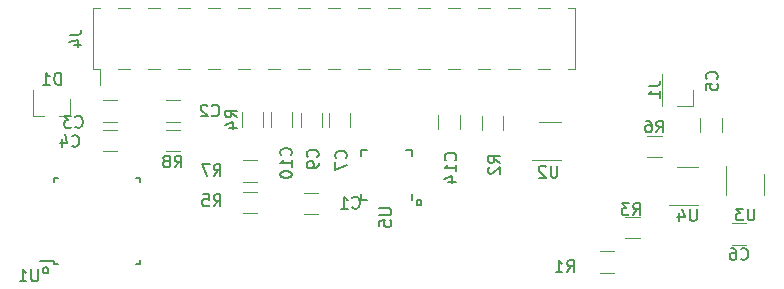
<source format=gbr>
G04 #@! TF.GenerationSoftware,KiCad,Pcbnew,(5.0.1)-4*
G04 #@! TF.CreationDate,2019-08-04T22:45:03+01:00*
G04 #@! TF.ProjectId,Bell-Boy,42656C6C2D426F792E6B696361645F70,rev?*
G04 #@! TF.SameCoordinates,Original*
G04 #@! TF.FileFunction,Legend,Bot*
G04 #@! TF.FilePolarity,Positive*
%FSLAX46Y46*%
G04 Gerber Fmt 4.6, Leading zero omitted, Abs format (unit mm)*
G04 Created by KiCad (PCBNEW (5.0.1)-4) date 04/08/2019 22:45:03*
%MOMM*%
%LPD*%
G01*
G04 APERTURE LIST*
%ADD10C,0.187500*%
%ADD11C,0.120000*%
%ADD12C,0.150000*%
G04 APERTURE END LIST*
D10*
X84203571Y-67839285D02*
X84275000Y-67803571D01*
X84310714Y-67767857D01*
X84346428Y-67696428D01*
X84346428Y-67482142D01*
X84310714Y-67410714D01*
X84275000Y-67375000D01*
X84203571Y-67339285D01*
X84096428Y-67339285D01*
X84025000Y-67375000D01*
X83989285Y-67410714D01*
X83953571Y-67482142D01*
X83953571Y-67696428D01*
X83989285Y-67767857D01*
X84025000Y-67803571D01*
X84096428Y-67839285D01*
X84203571Y-67839285D01*
X52603571Y-73589285D02*
X52675000Y-73553571D01*
X52710714Y-73517857D01*
X52746428Y-73446428D01*
X52746428Y-73232142D01*
X52710714Y-73160714D01*
X52675000Y-73125000D01*
X52603571Y-73089285D01*
X52496428Y-73089285D01*
X52425000Y-73125000D01*
X52389285Y-73160714D01*
X52353571Y-73232142D01*
X52353571Y-73446428D01*
X52389285Y-73517857D01*
X52425000Y-73553571D01*
X52496428Y-73589285D01*
X52603571Y-73589285D01*
D11*
G04 #@! TO.C,C7*
X76540000Y-61202064D02*
X76540000Y-59997936D01*
X78360000Y-61202064D02*
X78360000Y-59997936D01*
G04 #@! TO.C,J4*
X56570000Y-51100000D02*
X56570000Y-56300000D01*
X56570000Y-56300000D02*
X57140000Y-56300000D01*
X58660000Y-56300000D02*
X59680000Y-56300000D01*
X61200000Y-56300000D02*
X62220000Y-56300000D01*
X63740000Y-56300000D02*
X64760000Y-56300000D01*
X66280000Y-56300000D02*
X67300000Y-56300000D01*
X68820000Y-56300000D02*
X69840000Y-56300000D01*
X71360000Y-56300000D02*
X72380000Y-56300000D01*
X73900000Y-56300000D02*
X74920000Y-56300000D01*
X76440000Y-56300000D02*
X77460000Y-56300000D01*
X78980000Y-56300000D02*
X80000000Y-56300000D01*
X81520000Y-56300000D02*
X82540000Y-56300000D01*
X84060000Y-56300000D02*
X85080000Y-56300000D01*
X86600000Y-56300000D02*
X87620000Y-56300000D01*
X89140000Y-56300000D02*
X90160000Y-56300000D01*
X91680000Y-56300000D02*
X92700000Y-56300000D01*
X94220000Y-56300000D02*
X95240000Y-56300000D01*
X96760000Y-56300000D02*
X97330000Y-56300000D01*
X97330000Y-51100000D02*
X97330000Y-56300000D01*
X56570000Y-51100000D02*
X57140000Y-51100000D01*
X58660000Y-51100000D02*
X59680000Y-51100000D01*
X61200000Y-51100000D02*
X62220000Y-51100000D01*
X63740000Y-51100000D02*
X64760000Y-51100000D01*
X66280000Y-51100000D02*
X67300000Y-51100000D01*
X68820000Y-51100000D02*
X69840000Y-51100000D01*
X71360000Y-51100000D02*
X72380000Y-51100000D01*
X73900000Y-51100000D02*
X74920000Y-51100000D01*
X76440000Y-51100000D02*
X77460000Y-51100000D01*
X78980000Y-51100000D02*
X80000000Y-51100000D01*
X81520000Y-51100000D02*
X82540000Y-51100000D01*
X84060000Y-51100000D02*
X85080000Y-51100000D01*
X86600000Y-51100000D02*
X87620000Y-51100000D01*
X89140000Y-51100000D02*
X90160000Y-51100000D01*
X91680000Y-51100000D02*
X92700000Y-51100000D01*
X94220000Y-51100000D02*
X95240000Y-51100000D01*
X96760000Y-51100000D02*
X97330000Y-51100000D01*
X57140000Y-56300000D02*
X57140000Y-57660000D01*
G04 #@! TO.C,U4*
X107800000Y-67810000D02*
X105350000Y-67810000D01*
X106000000Y-64590000D02*
X107800000Y-64590000D01*
G04 #@! TO.C,D1*
X54630000Y-60260000D02*
X53700000Y-60260000D01*
X51470000Y-60260000D02*
X52400000Y-60260000D01*
X51470000Y-60260000D02*
X51470000Y-58100000D01*
X54630000Y-60260000D02*
X54630000Y-58800000D01*
G04 #@! TO.C,U3*
X113410000Y-65150000D02*
X113410000Y-66950000D01*
X110190000Y-66950000D02*
X110190000Y-64500000D01*
G04 #@! TO.C,C1*
X74397936Y-68560000D02*
X75602064Y-68560000D01*
X74397936Y-66740000D02*
X75602064Y-66740000D01*
G04 #@! TO.C,R1*
X100678064Y-71734000D02*
X99473936Y-71734000D01*
X100678064Y-73554000D02*
X99473936Y-73554000D01*
G04 #@! TO.C,R2*
X89490000Y-61452064D02*
X89490000Y-60247936D01*
X91310000Y-61452064D02*
X91310000Y-60247936D01*
G04 #@! TO.C,C2*
X63902064Y-58940000D02*
X62697936Y-58940000D01*
X63902064Y-60760000D02*
X62697936Y-60760000D01*
G04 #@! TO.C,C3*
X57397936Y-60760000D02*
X58602064Y-60760000D01*
X57397936Y-58940000D02*
X58602064Y-58940000D01*
G04 #@! TO.C,C4*
X57397936Y-61440000D02*
X58602064Y-61440000D01*
X57397936Y-63260000D02*
X58602064Y-63260000D01*
G04 #@! TO.C,R3*
X102837064Y-70633000D02*
X101632936Y-70633000D01*
X102837064Y-68813000D02*
X101632936Y-68813000D01*
G04 #@! TO.C,R4*
X70960000Y-61152064D02*
X70960000Y-59947936D01*
X69140000Y-61152064D02*
X69140000Y-59947936D01*
G04 #@! TO.C,C5*
X107990000Y-61602064D02*
X107990000Y-60397936D01*
X109810000Y-61602064D02*
X109810000Y-60397936D01*
G04 #@! TO.C,C6*
X111852064Y-69340000D02*
X110647936Y-69340000D01*
X111852064Y-71160000D02*
X110647936Y-71160000D01*
G04 #@! TO.C,R6*
X104702064Y-61940000D02*
X103497936Y-61940000D01*
X104702064Y-63760000D02*
X103497936Y-63760000D01*
D12*
G04 #@! TO.C,U1*
X53275000Y-72775000D02*
X53275000Y-72550000D01*
X60525000Y-72775000D02*
X60525000Y-72475000D01*
X60525000Y-65525000D02*
X60525000Y-65825000D01*
X53275000Y-65525000D02*
X53275000Y-65825000D01*
X53275000Y-72775000D02*
X53575000Y-72775000D01*
X53275000Y-65525000D02*
X53575000Y-65525000D01*
X60525000Y-65525000D02*
X60225000Y-65525000D01*
X60525000Y-72775000D02*
X60225000Y-72775000D01*
X53275000Y-72550000D02*
X52050000Y-72550000D01*
D11*
G04 #@! TO.C,R5*
X70452064Y-66690000D02*
X69247936Y-66690000D01*
X70452064Y-68510000D02*
X69247936Y-68510000D01*
G04 #@! TO.C,U2*
X94350000Y-60790000D02*
X96150000Y-60790000D01*
X96150000Y-64010000D02*
X93700000Y-64010000D01*
D12*
G04 #@! TO.C,U5*
X83550000Y-63100000D02*
X83025000Y-63100000D01*
X79250000Y-67400000D02*
X79775000Y-67400000D01*
X79250000Y-63100000D02*
X79775000Y-63100000D01*
X83550000Y-67400000D02*
X83550000Y-66875000D01*
X79250000Y-67400000D02*
X79250000Y-66875000D01*
X79250000Y-63100000D02*
X79250000Y-63625000D01*
X83550000Y-63100000D02*
X83550000Y-63625000D01*
D11*
G04 #@! TO.C,C9*
X74140000Y-61202064D02*
X74140000Y-59997936D01*
X75960000Y-61202064D02*
X75960000Y-59997936D01*
G04 #@! TO.C,C10*
X73410000Y-61152064D02*
X73410000Y-59947936D01*
X71590000Y-61152064D02*
X71590000Y-59947936D01*
G04 #@! TO.C,C14*
X85790000Y-61402064D02*
X85790000Y-60197936D01*
X87610000Y-61402064D02*
X87610000Y-60197936D01*
G04 #@! TO.C,R7*
X69247936Y-65810000D02*
X70452064Y-65810000D01*
X69247936Y-63990000D02*
X70452064Y-63990000D01*
G04 #@! TO.C,J1*
X104715000Y-59380000D02*
X104715000Y-56720000D01*
X104775000Y-59380000D02*
X104715000Y-59380000D01*
X104775000Y-56720000D02*
X104715000Y-56720000D01*
X104775000Y-59380000D02*
X104775000Y-56720000D01*
X106045000Y-59380000D02*
X107375000Y-59380000D01*
X107375000Y-59380000D02*
X107375000Y-58050000D01*
G04 #@! TO.C,R8*
X62697936Y-63260000D02*
X63902064Y-63260000D01*
X62697936Y-61440000D02*
X63902064Y-61440000D01*
G04 #@! TO.C,C7*
D12*
X77957142Y-63833333D02*
X78004761Y-63785714D01*
X78052380Y-63642857D01*
X78052380Y-63547619D01*
X78004761Y-63404761D01*
X77909523Y-63309523D01*
X77814285Y-63261904D01*
X77623809Y-63214285D01*
X77480952Y-63214285D01*
X77290476Y-63261904D01*
X77195238Y-63309523D01*
X77100000Y-63404761D01*
X77052380Y-63547619D01*
X77052380Y-63642857D01*
X77100000Y-63785714D01*
X77147619Y-63833333D01*
X77052380Y-64166666D02*
X77052380Y-64833333D01*
X78052380Y-64404761D01*
G04 #@! TO.C,J4*
X54582380Y-53366666D02*
X55296666Y-53366666D01*
X55439523Y-53319047D01*
X55534761Y-53223809D01*
X55582380Y-53080952D01*
X55582380Y-52985714D01*
X54915714Y-54271428D02*
X55582380Y-54271428D01*
X54534761Y-54033333D02*
X55249047Y-53795238D01*
X55249047Y-54414285D01*
G04 #@! TO.C,U4*
X107661904Y-68152380D02*
X107661904Y-68961904D01*
X107614285Y-69057142D01*
X107566666Y-69104761D01*
X107471428Y-69152380D01*
X107280952Y-69152380D01*
X107185714Y-69104761D01*
X107138095Y-69057142D01*
X107090476Y-68961904D01*
X107090476Y-68152380D01*
X106185714Y-68485714D02*
X106185714Y-69152380D01*
X106423809Y-68104761D02*
X106661904Y-68819047D01*
X106042857Y-68819047D01*
G04 #@! TO.C,D1*
X53838095Y-57602380D02*
X53838095Y-56602380D01*
X53600000Y-56602380D01*
X53457142Y-56650000D01*
X53361904Y-56745238D01*
X53314285Y-56840476D01*
X53266666Y-57030952D01*
X53266666Y-57173809D01*
X53314285Y-57364285D01*
X53361904Y-57459523D01*
X53457142Y-57554761D01*
X53600000Y-57602380D01*
X53838095Y-57602380D01*
X52314285Y-57602380D02*
X52885714Y-57602380D01*
X52600000Y-57602380D02*
X52600000Y-56602380D01*
X52695238Y-56745238D01*
X52790476Y-56840476D01*
X52885714Y-56888095D01*
G04 #@! TO.C,U3*
X112561904Y-68102380D02*
X112561904Y-68911904D01*
X112514285Y-69007142D01*
X112466666Y-69054761D01*
X112371428Y-69102380D01*
X112180952Y-69102380D01*
X112085714Y-69054761D01*
X112038095Y-69007142D01*
X111990476Y-68911904D01*
X111990476Y-68102380D01*
X111609523Y-68102380D02*
X110990476Y-68102380D01*
X111323809Y-68483333D01*
X111180952Y-68483333D01*
X111085714Y-68530952D01*
X111038095Y-68578571D01*
X110990476Y-68673809D01*
X110990476Y-68911904D01*
X111038095Y-69007142D01*
X111085714Y-69054761D01*
X111180952Y-69102380D01*
X111466666Y-69102380D01*
X111561904Y-69054761D01*
X111609523Y-69007142D01*
G04 #@! TO.C,C1*
X78516666Y-68007142D02*
X78564285Y-68054761D01*
X78707142Y-68102380D01*
X78802380Y-68102380D01*
X78945238Y-68054761D01*
X79040476Y-67959523D01*
X79088095Y-67864285D01*
X79135714Y-67673809D01*
X79135714Y-67530952D01*
X79088095Y-67340476D01*
X79040476Y-67245238D01*
X78945238Y-67150000D01*
X78802380Y-67102380D01*
X78707142Y-67102380D01*
X78564285Y-67150000D01*
X78516666Y-67197619D01*
X77564285Y-68102380D02*
X78135714Y-68102380D01*
X77850000Y-68102380D02*
X77850000Y-67102380D01*
X77945238Y-67245238D01*
X78040476Y-67340476D01*
X78135714Y-67388095D01*
G04 #@! TO.C,R1*
X96686666Y-73477380D02*
X97020000Y-73001190D01*
X97258095Y-73477380D02*
X97258095Y-72477380D01*
X96877142Y-72477380D01*
X96781904Y-72525000D01*
X96734285Y-72572619D01*
X96686666Y-72667857D01*
X96686666Y-72810714D01*
X96734285Y-72905952D01*
X96781904Y-72953571D01*
X96877142Y-73001190D01*
X97258095Y-73001190D01*
X95734285Y-73477380D02*
X96305714Y-73477380D01*
X96020000Y-73477380D02*
X96020000Y-72477380D01*
X96115238Y-72620238D01*
X96210476Y-72715476D01*
X96305714Y-72763095D01*
G04 #@! TO.C,R2*
X91003380Y-64222333D02*
X90527190Y-63889000D01*
X91003380Y-63650904D02*
X90003380Y-63650904D01*
X90003380Y-64031857D01*
X90051000Y-64127095D01*
X90098619Y-64174714D01*
X90193857Y-64222333D01*
X90336714Y-64222333D01*
X90431952Y-64174714D01*
X90479571Y-64127095D01*
X90527190Y-64031857D01*
X90527190Y-63650904D01*
X90098619Y-64603285D02*
X90051000Y-64650904D01*
X90003380Y-64746142D01*
X90003380Y-64984238D01*
X90051000Y-65079476D01*
X90098619Y-65127095D01*
X90193857Y-65174714D01*
X90289095Y-65174714D01*
X90431952Y-65127095D01*
X91003380Y-64555666D01*
X91003380Y-65174714D01*
G04 #@! TO.C,C2*
X66616666Y-60207142D02*
X66664285Y-60254761D01*
X66807142Y-60302380D01*
X66902380Y-60302380D01*
X67045238Y-60254761D01*
X67140476Y-60159523D01*
X67188095Y-60064285D01*
X67235714Y-59873809D01*
X67235714Y-59730952D01*
X67188095Y-59540476D01*
X67140476Y-59445238D01*
X67045238Y-59350000D01*
X66902380Y-59302380D01*
X66807142Y-59302380D01*
X66664285Y-59350000D01*
X66616666Y-59397619D01*
X66235714Y-59397619D02*
X66188095Y-59350000D01*
X66092857Y-59302380D01*
X65854761Y-59302380D01*
X65759523Y-59350000D01*
X65711904Y-59397619D01*
X65664285Y-59492857D01*
X65664285Y-59588095D01*
X65711904Y-59730952D01*
X66283333Y-60302380D01*
X65664285Y-60302380D01*
G04 #@! TO.C,C3*
X55066666Y-61157142D02*
X55114285Y-61204761D01*
X55257142Y-61252380D01*
X55352380Y-61252380D01*
X55495238Y-61204761D01*
X55590476Y-61109523D01*
X55638095Y-61014285D01*
X55685714Y-60823809D01*
X55685714Y-60680952D01*
X55638095Y-60490476D01*
X55590476Y-60395238D01*
X55495238Y-60300000D01*
X55352380Y-60252380D01*
X55257142Y-60252380D01*
X55114285Y-60300000D01*
X55066666Y-60347619D01*
X54733333Y-60252380D02*
X54114285Y-60252380D01*
X54447619Y-60633333D01*
X54304761Y-60633333D01*
X54209523Y-60680952D01*
X54161904Y-60728571D01*
X54114285Y-60823809D01*
X54114285Y-61061904D01*
X54161904Y-61157142D01*
X54209523Y-61204761D01*
X54304761Y-61252380D01*
X54590476Y-61252380D01*
X54685714Y-61204761D01*
X54733333Y-61157142D01*
G04 #@! TO.C,C4*
X54776666Y-62777142D02*
X54824285Y-62824761D01*
X54967142Y-62872380D01*
X55062380Y-62872380D01*
X55205238Y-62824761D01*
X55300476Y-62729523D01*
X55348095Y-62634285D01*
X55395714Y-62443809D01*
X55395714Y-62300952D01*
X55348095Y-62110476D01*
X55300476Y-62015238D01*
X55205238Y-61920000D01*
X55062380Y-61872380D01*
X54967142Y-61872380D01*
X54824285Y-61920000D01*
X54776666Y-61967619D01*
X53919523Y-62205714D02*
X53919523Y-62872380D01*
X54157619Y-61824761D02*
X54395714Y-62539047D01*
X53776666Y-62539047D01*
G04 #@! TO.C,R3*
X102274666Y-68651380D02*
X102608000Y-68175190D01*
X102846095Y-68651380D02*
X102846095Y-67651380D01*
X102465142Y-67651380D01*
X102369904Y-67699000D01*
X102322285Y-67746619D01*
X102274666Y-67841857D01*
X102274666Y-67984714D01*
X102322285Y-68079952D01*
X102369904Y-68127571D01*
X102465142Y-68175190D01*
X102846095Y-68175190D01*
X101941333Y-67651380D02*
X101322285Y-67651380D01*
X101655619Y-68032333D01*
X101512761Y-68032333D01*
X101417523Y-68079952D01*
X101369904Y-68127571D01*
X101322285Y-68222809D01*
X101322285Y-68460904D01*
X101369904Y-68556142D01*
X101417523Y-68603761D01*
X101512761Y-68651380D01*
X101798476Y-68651380D01*
X101893714Y-68603761D01*
X101941333Y-68556142D01*
G04 #@! TO.C,R4*
X68752380Y-60383333D02*
X68276190Y-60050000D01*
X68752380Y-59811904D02*
X67752380Y-59811904D01*
X67752380Y-60192857D01*
X67800000Y-60288095D01*
X67847619Y-60335714D01*
X67942857Y-60383333D01*
X68085714Y-60383333D01*
X68180952Y-60335714D01*
X68228571Y-60288095D01*
X68276190Y-60192857D01*
X68276190Y-59811904D01*
X68085714Y-61240476D02*
X68752380Y-61240476D01*
X67704761Y-61002380D02*
X68419047Y-60764285D01*
X68419047Y-61383333D01*
G04 #@! TO.C,C5*
X109357142Y-57133333D02*
X109404761Y-57085714D01*
X109452380Y-56942857D01*
X109452380Y-56847619D01*
X109404761Y-56704761D01*
X109309523Y-56609523D01*
X109214285Y-56561904D01*
X109023809Y-56514285D01*
X108880952Y-56514285D01*
X108690476Y-56561904D01*
X108595238Y-56609523D01*
X108500000Y-56704761D01*
X108452380Y-56847619D01*
X108452380Y-56942857D01*
X108500000Y-57085714D01*
X108547619Y-57133333D01*
X108452380Y-58038095D02*
X108452380Y-57561904D01*
X108928571Y-57514285D01*
X108880952Y-57561904D01*
X108833333Y-57657142D01*
X108833333Y-57895238D01*
X108880952Y-57990476D01*
X108928571Y-58038095D01*
X109023809Y-58085714D01*
X109261904Y-58085714D01*
X109357142Y-58038095D01*
X109404761Y-57990476D01*
X109452380Y-57895238D01*
X109452380Y-57657142D01*
X109404761Y-57561904D01*
X109357142Y-57514285D01*
G04 #@! TO.C,C6*
X111416666Y-72357142D02*
X111464285Y-72404761D01*
X111607142Y-72452380D01*
X111702380Y-72452380D01*
X111845238Y-72404761D01*
X111940476Y-72309523D01*
X111988095Y-72214285D01*
X112035714Y-72023809D01*
X112035714Y-71880952D01*
X111988095Y-71690476D01*
X111940476Y-71595238D01*
X111845238Y-71500000D01*
X111702380Y-71452380D01*
X111607142Y-71452380D01*
X111464285Y-71500000D01*
X111416666Y-71547619D01*
X110559523Y-71452380D02*
X110750000Y-71452380D01*
X110845238Y-71500000D01*
X110892857Y-71547619D01*
X110988095Y-71690476D01*
X111035714Y-71880952D01*
X111035714Y-72261904D01*
X110988095Y-72357142D01*
X110940476Y-72404761D01*
X110845238Y-72452380D01*
X110654761Y-72452380D01*
X110559523Y-72404761D01*
X110511904Y-72357142D01*
X110464285Y-72261904D01*
X110464285Y-72023809D01*
X110511904Y-71928571D01*
X110559523Y-71880952D01*
X110654761Y-71833333D01*
X110845238Y-71833333D01*
X110940476Y-71880952D01*
X110988095Y-71928571D01*
X111035714Y-72023809D01*
G04 #@! TO.C,R6*
X104266666Y-61652380D02*
X104600000Y-61176190D01*
X104838095Y-61652380D02*
X104838095Y-60652380D01*
X104457142Y-60652380D01*
X104361904Y-60700000D01*
X104314285Y-60747619D01*
X104266666Y-60842857D01*
X104266666Y-60985714D01*
X104314285Y-61080952D01*
X104361904Y-61128571D01*
X104457142Y-61176190D01*
X104838095Y-61176190D01*
X103409523Y-60652380D02*
X103600000Y-60652380D01*
X103695238Y-60700000D01*
X103742857Y-60747619D01*
X103838095Y-60890476D01*
X103885714Y-61080952D01*
X103885714Y-61461904D01*
X103838095Y-61557142D01*
X103790476Y-61604761D01*
X103695238Y-61652380D01*
X103504761Y-61652380D01*
X103409523Y-61604761D01*
X103361904Y-61557142D01*
X103314285Y-61461904D01*
X103314285Y-61223809D01*
X103361904Y-61128571D01*
X103409523Y-61080952D01*
X103504761Y-61033333D01*
X103695238Y-61033333D01*
X103790476Y-61080952D01*
X103838095Y-61128571D01*
X103885714Y-61223809D01*
G04 #@! TO.C,U1*
X51911904Y-73252380D02*
X51911904Y-74061904D01*
X51864285Y-74157142D01*
X51816666Y-74204761D01*
X51721428Y-74252380D01*
X51530952Y-74252380D01*
X51435714Y-74204761D01*
X51388095Y-74157142D01*
X51340476Y-74061904D01*
X51340476Y-73252380D01*
X50340476Y-74252380D02*
X50911904Y-74252380D01*
X50626190Y-74252380D02*
X50626190Y-73252380D01*
X50721428Y-73395238D01*
X50816666Y-73490476D01*
X50911904Y-73538095D01*
G04 #@! TO.C,R5*
X66766666Y-67902380D02*
X67100000Y-67426190D01*
X67338095Y-67902380D02*
X67338095Y-66902380D01*
X66957142Y-66902380D01*
X66861904Y-66950000D01*
X66814285Y-66997619D01*
X66766666Y-67092857D01*
X66766666Y-67235714D01*
X66814285Y-67330952D01*
X66861904Y-67378571D01*
X66957142Y-67426190D01*
X67338095Y-67426190D01*
X65861904Y-66902380D02*
X66338095Y-66902380D01*
X66385714Y-67378571D01*
X66338095Y-67330952D01*
X66242857Y-67283333D01*
X66004761Y-67283333D01*
X65909523Y-67330952D01*
X65861904Y-67378571D01*
X65814285Y-67473809D01*
X65814285Y-67711904D01*
X65861904Y-67807142D01*
X65909523Y-67854761D01*
X66004761Y-67902380D01*
X66242857Y-67902380D01*
X66338095Y-67854761D01*
X66385714Y-67807142D01*
G04 #@! TO.C,U2*
X95884904Y-64476380D02*
X95884904Y-65285904D01*
X95837285Y-65381142D01*
X95789666Y-65428761D01*
X95694428Y-65476380D01*
X95503952Y-65476380D01*
X95408714Y-65428761D01*
X95361095Y-65381142D01*
X95313476Y-65285904D01*
X95313476Y-64476380D01*
X94884904Y-64571619D02*
X94837285Y-64524000D01*
X94742047Y-64476380D01*
X94503952Y-64476380D01*
X94408714Y-64524000D01*
X94361095Y-64571619D01*
X94313476Y-64666857D01*
X94313476Y-64762095D01*
X94361095Y-64904952D01*
X94932523Y-65476380D01*
X94313476Y-65476380D01*
G04 #@! TO.C,U5*
X80802380Y-68088095D02*
X81611904Y-68088095D01*
X81707142Y-68135714D01*
X81754761Y-68183333D01*
X81802380Y-68278571D01*
X81802380Y-68469047D01*
X81754761Y-68564285D01*
X81707142Y-68611904D01*
X81611904Y-68659523D01*
X80802380Y-68659523D01*
X80802380Y-69611904D02*
X80802380Y-69135714D01*
X81278571Y-69088095D01*
X81230952Y-69135714D01*
X81183333Y-69230952D01*
X81183333Y-69469047D01*
X81230952Y-69564285D01*
X81278571Y-69611904D01*
X81373809Y-69659523D01*
X81611904Y-69659523D01*
X81707142Y-69611904D01*
X81754761Y-69564285D01*
X81802380Y-69469047D01*
X81802380Y-69230952D01*
X81754761Y-69135714D01*
X81707142Y-69088095D01*
G04 #@! TO.C,C9*
X75557142Y-63733333D02*
X75604761Y-63685714D01*
X75652380Y-63542857D01*
X75652380Y-63447619D01*
X75604761Y-63304761D01*
X75509523Y-63209523D01*
X75414285Y-63161904D01*
X75223809Y-63114285D01*
X75080952Y-63114285D01*
X74890476Y-63161904D01*
X74795238Y-63209523D01*
X74700000Y-63304761D01*
X74652380Y-63447619D01*
X74652380Y-63542857D01*
X74700000Y-63685714D01*
X74747619Y-63733333D01*
X75652380Y-64209523D02*
X75652380Y-64400000D01*
X75604761Y-64495238D01*
X75557142Y-64542857D01*
X75414285Y-64638095D01*
X75223809Y-64685714D01*
X74842857Y-64685714D01*
X74747619Y-64638095D01*
X74700000Y-64590476D01*
X74652380Y-64495238D01*
X74652380Y-64304761D01*
X74700000Y-64209523D01*
X74747619Y-64161904D01*
X74842857Y-64114285D01*
X75080952Y-64114285D01*
X75176190Y-64161904D01*
X75223809Y-64209523D01*
X75271428Y-64304761D01*
X75271428Y-64495238D01*
X75223809Y-64590476D01*
X75176190Y-64638095D01*
X75080952Y-64685714D01*
G04 #@! TO.C,C10*
X73307142Y-63607142D02*
X73354761Y-63559523D01*
X73402380Y-63416666D01*
X73402380Y-63321428D01*
X73354761Y-63178571D01*
X73259523Y-63083333D01*
X73164285Y-63035714D01*
X72973809Y-62988095D01*
X72830952Y-62988095D01*
X72640476Y-63035714D01*
X72545238Y-63083333D01*
X72450000Y-63178571D01*
X72402380Y-63321428D01*
X72402380Y-63416666D01*
X72450000Y-63559523D01*
X72497619Y-63607142D01*
X73402380Y-64559523D02*
X73402380Y-63988095D01*
X73402380Y-64273809D02*
X72402380Y-64273809D01*
X72545238Y-64178571D01*
X72640476Y-64083333D01*
X72688095Y-63988095D01*
X72402380Y-65178571D02*
X72402380Y-65273809D01*
X72450000Y-65369047D01*
X72497619Y-65416666D01*
X72592857Y-65464285D01*
X72783333Y-65511904D01*
X73021428Y-65511904D01*
X73211904Y-65464285D01*
X73307142Y-65416666D01*
X73354761Y-65369047D01*
X73402380Y-65273809D01*
X73402380Y-65178571D01*
X73354761Y-65083333D01*
X73307142Y-65035714D01*
X73211904Y-64988095D01*
X73021428Y-64940476D01*
X72783333Y-64940476D01*
X72592857Y-64988095D01*
X72497619Y-65035714D01*
X72450000Y-65083333D01*
X72402380Y-65178571D01*
G04 #@! TO.C,C14*
X87225142Y-64000142D02*
X87272761Y-63952523D01*
X87320380Y-63809666D01*
X87320380Y-63714428D01*
X87272761Y-63571571D01*
X87177523Y-63476333D01*
X87082285Y-63428714D01*
X86891809Y-63381095D01*
X86748952Y-63381095D01*
X86558476Y-63428714D01*
X86463238Y-63476333D01*
X86368000Y-63571571D01*
X86320380Y-63714428D01*
X86320380Y-63809666D01*
X86368000Y-63952523D01*
X86415619Y-64000142D01*
X87320380Y-64952523D02*
X87320380Y-64381095D01*
X87320380Y-64666809D02*
X86320380Y-64666809D01*
X86463238Y-64571571D01*
X86558476Y-64476333D01*
X86606095Y-64381095D01*
X86653714Y-65809666D02*
X87320380Y-65809666D01*
X86272761Y-65571571D02*
X86987047Y-65333476D01*
X86987047Y-65952523D01*
G04 #@! TO.C,R7*
X66766666Y-65352380D02*
X67100000Y-64876190D01*
X67338095Y-65352380D02*
X67338095Y-64352380D01*
X66957142Y-64352380D01*
X66861904Y-64400000D01*
X66814285Y-64447619D01*
X66766666Y-64542857D01*
X66766666Y-64685714D01*
X66814285Y-64780952D01*
X66861904Y-64828571D01*
X66957142Y-64876190D01*
X67338095Y-64876190D01*
X66433333Y-64352380D02*
X65766666Y-64352380D01*
X66195238Y-65352380D01*
G04 #@! TO.C,J1*
X103592380Y-57705666D02*
X104306666Y-57705666D01*
X104449523Y-57658047D01*
X104544761Y-57562809D01*
X104592380Y-57419952D01*
X104592380Y-57324714D01*
X104592380Y-58705666D02*
X104592380Y-58134238D01*
X104592380Y-58419952D02*
X103592380Y-58419952D01*
X103735238Y-58324714D01*
X103830476Y-58229476D01*
X103878095Y-58134238D01*
G04 #@! TO.C,R8*
X63466666Y-64622380D02*
X63800000Y-64146190D01*
X64038095Y-64622380D02*
X64038095Y-63622380D01*
X63657142Y-63622380D01*
X63561904Y-63670000D01*
X63514285Y-63717619D01*
X63466666Y-63812857D01*
X63466666Y-63955714D01*
X63514285Y-64050952D01*
X63561904Y-64098571D01*
X63657142Y-64146190D01*
X64038095Y-64146190D01*
X62895238Y-64050952D02*
X62990476Y-64003333D01*
X63038095Y-63955714D01*
X63085714Y-63860476D01*
X63085714Y-63812857D01*
X63038095Y-63717619D01*
X62990476Y-63670000D01*
X62895238Y-63622380D01*
X62704761Y-63622380D01*
X62609523Y-63670000D01*
X62561904Y-63717619D01*
X62514285Y-63812857D01*
X62514285Y-63860476D01*
X62561904Y-63955714D01*
X62609523Y-64003333D01*
X62704761Y-64050952D01*
X62895238Y-64050952D01*
X62990476Y-64098571D01*
X63038095Y-64146190D01*
X63085714Y-64241428D01*
X63085714Y-64431904D01*
X63038095Y-64527142D01*
X62990476Y-64574761D01*
X62895238Y-64622380D01*
X62704761Y-64622380D01*
X62609523Y-64574761D01*
X62561904Y-64527142D01*
X62514285Y-64431904D01*
X62514285Y-64241428D01*
X62561904Y-64146190D01*
X62609523Y-64098571D01*
X62704761Y-64050952D01*
G04 #@! TD*
M02*

</source>
